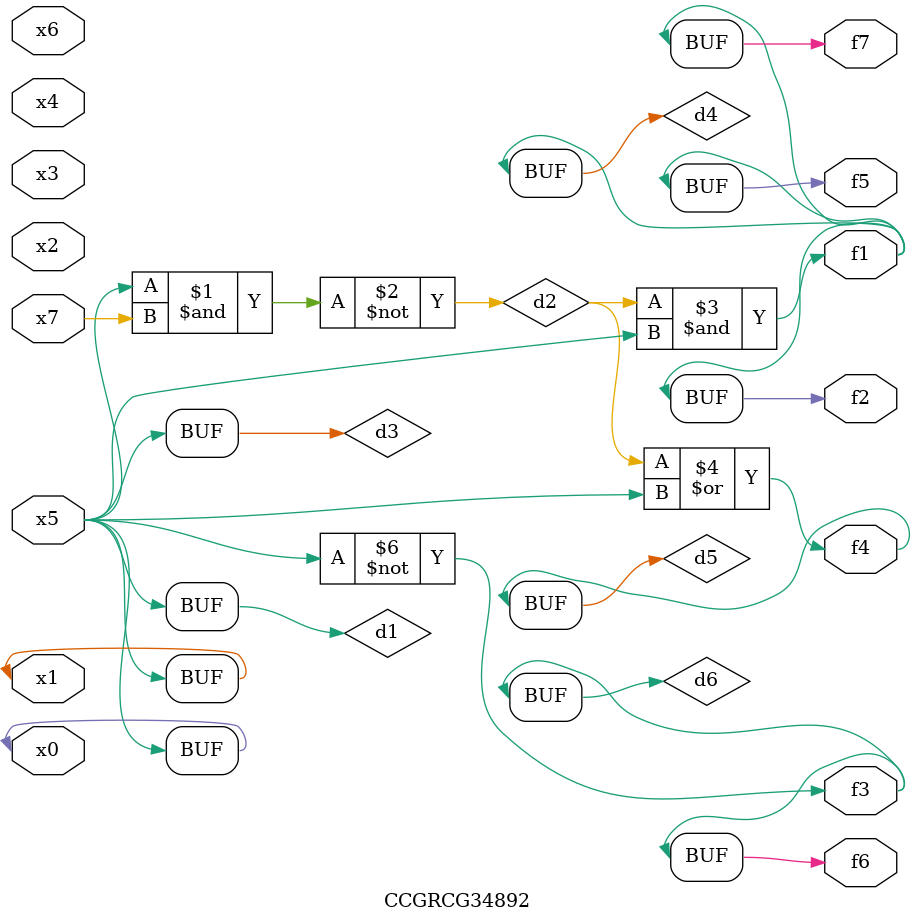
<source format=v>
module CCGRCG34892(
	input x0, x1, x2, x3, x4, x5, x6, x7,
	output f1, f2, f3, f4, f5, f6, f7
);

	wire d1, d2, d3, d4, d5, d6;

	buf (d1, x0, x5);
	nand (d2, x5, x7);
	buf (d3, x0, x1);
	and (d4, d2, d3);
	or (d5, d2, d3);
	nor (d6, d1, d3);
	assign f1 = d4;
	assign f2 = d4;
	assign f3 = d6;
	assign f4 = d5;
	assign f5 = d4;
	assign f6 = d6;
	assign f7 = d4;
endmodule

</source>
